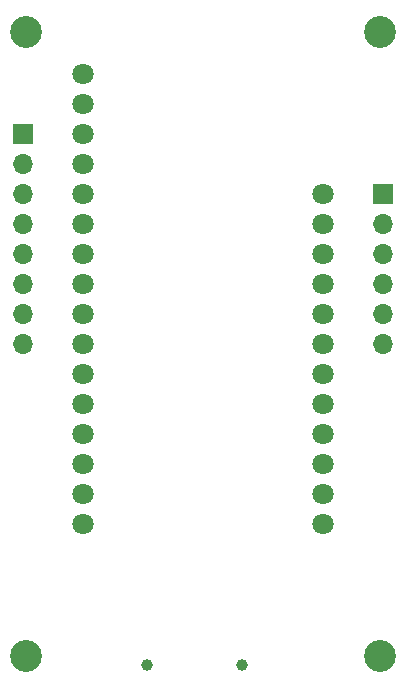
<source format=gbr>
%TF.GenerationSoftware,KiCad,Pcbnew,8.0.8*%
%TF.CreationDate,2025-02-11T14:17:18-06:00*%
%TF.ProjectId,IR Demo FeatherWing,49522044-656d-46f2-9046-656174686572,rev?*%
%TF.SameCoordinates,Original*%
%TF.FileFunction,Soldermask,Bot*%
%TF.FilePolarity,Negative*%
%FSLAX46Y46*%
G04 Gerber Fmt 4.6, Leading zero omitted, Abs format (unit mm)*
G04 Created by KiCad (PCBNEW 8.0.8) date 2025-02-11 14:17:18*
%MOMM*%
%LPD*%
G01*
G04 APERTURE LIST*
%ADD10C,1.000000*%
%ADD11R,1.700000X1.700000*%
%ADD12O,1.700000X1.700000*%
%ADD13C,2.700000*%
%ADD14C,1.800000*%
G04 APERTURE END LIST*
D10*
%TO.C,J3*%
X145418000Y-131100000D03*
X153418000Y-131100000D03*
%TD*%
D11*
%TO.C,J2*%
X134874000Y-86106000D03*
D12*
X134874000Y-88646000D03*
X134874000Y-91186000D03*
X134874000Y-93726000D03*
X134874000Y-96266000D03*
X134874000Y-98806000D03*
X134874000Y-101346000D03*
X134874000Y-103886000D03*
%TD*%
D11*
%TO.C,J1*%
X165354000Y-91186000D03*
D12*
X165354000Y-93726000D03*
X165354000Y-96266000D03*
X165354000Y-98806000D03*
X165354000Y-101346000D03*
X165354000Y-103886000D03*
%TD*%
D13*
%TO.C,H4*%
X165100000Y-130302000D03*
%TD*%
%TO.C,H3*%
X135128000Y-130302000D03*
%TD*%
D14*
%TO.C,A1*%
X160274000Y-91186000D03*
X160274000Y-93726000D03*
X160274000Y-96266000D03*
X160274000Y-98806000D03*
X160274000Y-101346000D03*
X160274000Y-103886000D03*
X160274000Y-106426000D03*
X160274000Y-108966000D03*
X160274000Y-111506000D03*
X160274000Y-114046000D03*
X160274000Y-116586000D03*
X160274000Y-119126000D03*
X139954000Y-119126000D03*
X139954000Y-116586000D03*
X139954000Y-114046000D03*
X139954000Y-111506000D03*
X139954000Y-108966000D03*
X139954000Y-106426000D03*
X139954000Y-103886000D03*
X139954000Y-101346000D03*
X139954000Y-98806000D03*
X139954000Y-96266000D03*
X139954000Y-93726000D03*
X139954000Y-91186000D03*
X139954000Y-88646000D03*
X139954000Y-86106000D03*
X139954000Y-83566000D03*
X139954000Y-81026000D03*
%TD*%
D13*
%TO.C,H2*%
X165100000Y-77470000D03*
%TD*%
%TO.C,H1*%
X135128000Y-77470000D03*
%TD*%
M02*

</source>
